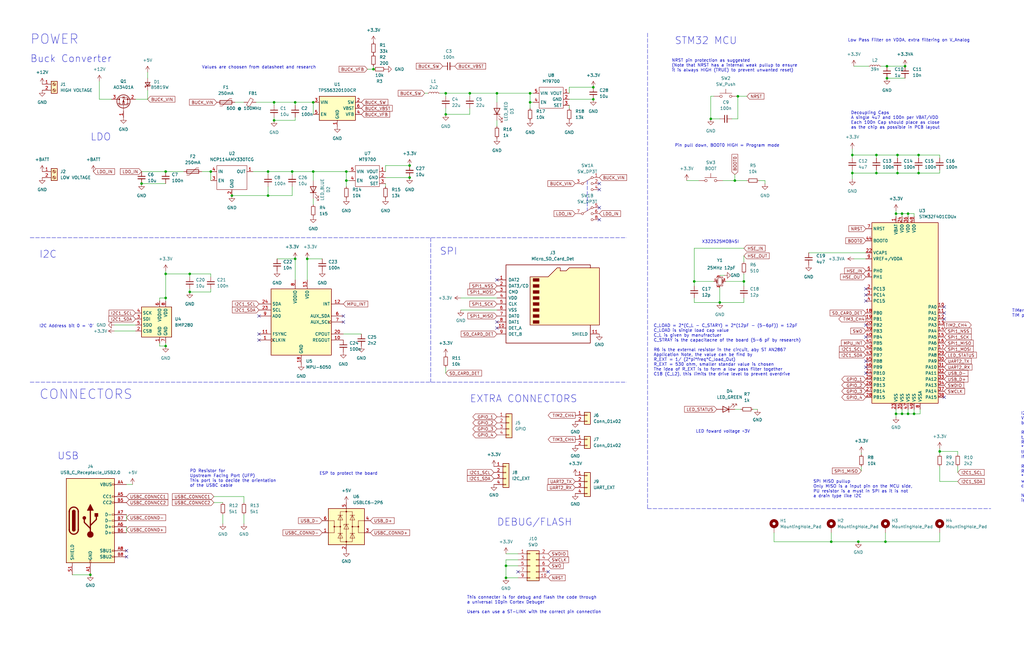
<source format=kicad_sch>
(kicad_sch (version 20211123) (generator eeschema)
  (paper "B")
  (title_block (title "ALL-IN-ONE") (date "2022-08-27") (rev "X0") (company "GORDON SO"))
  (junction (at 361.95 228.6))
  (junction (at 377.825 174.625))
  (junction (at 113.03 82.55))
  (junction (at 124.46 109.22))
  (junction (at 369.57 65.405))
  (junction (at 396.24 190.5))
  (junction (at 387.35 73.025))
  (junction (at 80.01 115.57))
  (junction (at 223.52 43.18))
  (junction (at 123.19 72.39))
  (junction (at 359.41 73.025))
  (junction (at 313.69 118.745))
  (junction (at 213.36 238.76))
  (junction (at 303.53 127.635))
  (junction (at 311.15 40.64))
  (junction (at 187.96 48.26))
  (junction (at 80.01 123.19))
  (junction (at 374.015 27.94))
  (junction (at 359.41 65.405))
  (junction (at 198.12 39.37))
  (junction (at 146.05 72.39))
  (junction (at 292.735 118.745))
  (junction (at 223.52 39.37))
  (junction (at 132.08 43.18))
  (junction (at 374.015 33.02))
  (junction (at 387.35 65.405))
  (junction (at 69.85 72.39))
  (junction (at 382.905 90.17))
  (junction (at 378.46 73.025))
  (junction (at 187.96 39.37))
  (junction (at 88.9 72.39))
  (junction (at 113.03 72.39))
  (junction (at 157.48 29.21))
  (junction (at 213.36 243.84))
  (junction (at 309.88 76.2))
  (junction (at 172.72 74.93))
  (junction (at 115.57 43.18))
  (junction (at 69.85 125.73))
  (junction (at 350.52 228.6))
  (junction (at 382.905 174.625))
  (junction (at 250.19 41.91))
  (junction (at 380.365 174.625))
  (junction (at 381.635 27.94))
  (junction (at 59.69 77.47))
  (junction (at 69.85 146.05))
  (junction (at 209.55 39.37))
  (junction (at 378.46 65.405))
  (junction (at 380.365 90.17))
  (junction (at 172.72 69.85))
  (junction (at 377.825 90.17))
  (junction (at 124.46 43.18))
  (junction (at 115.57 50.8))
  (junction (at 299.72 50.165))
  (junction (at 38.1 242.57))
  (junction (at 129.54 109.22))
  (junction (at 250.19 36.83))
  (junction (at 369.57 73.025))
  (junction (at 97.79 82.55))
  (junction (at 132.08 72.39))
  (junction (at 146.05 76.2))
  (junction (at 373.38 228.6))
  (junction (at 385.445 174.625))
  (junction (at 69.85 115.57))
  (no_connect (at 398.145 134.62))
  (no_connect (at 252.73 77.47))
  (no_connect (at 252.73 80.01))
  (no_connect (at 252.73 87.63))
  (no_connect (at 398.145 132.08))
  (no_connect (at 398.145 129.54))
  (no_connect (at 252.73 92.71))
  (no_connect (at 365.125 137.16))
  (no_connect (at 109.22 140.97))
  (no_connect (at 144.78 133.35))
  (no_connect (at 109.22 143.51))
  (no_connect (at 144.78 135.89))
  (no_connect (at 109.22 133.35))
  (no_connect (at 53.34 232.41))
  (no_connect (at 209.55 138.43))
  (no_connect (at 209.55 135.89))
  (no_connect (at 53.34 234.95))
  (no_connect (at 231.14 241.3))
  (no_connect (at 218.44 241.3))
  (no_connect (at 365.125 152.4))
  (no_connect (at 365.125 154.94))
  (no_connect (at 365.125 157.48))
  (no_connect (at 365.125 121.92))
  (no_connect (at 365.125 124.46))
  (no_connect (at 365.125 127))
  (no_connect (at 365.125 142.24))
  (no_connect (at 398.145 167.64))
  (no_connect (at 209.55 118.11))
  (wire (pts (xy 30.48 242.57) (xy 38.1 242.57)))
  (wire (pts (xy 187.96 39.37) (xy 198.12 39.37)))
  (wire (pts (xy 53.34 222.25) (xy 53.34 224.79)))
  (wire (pts (xy 187.96 48.26) (xy 198.12 48.26)))
  (wire (pts (xy 371.475 27.94) (xy 374.015 27.94)))
  (wire (pts (xy 147.32 72.39) (xy 146.05 72.39)))
  (wire (pts (xy 102.87 209.55) (xy 102.87 212.09)))
  (wire (pts (xy 132.08 72.39) (xy 132.08 76.2)))
  (wire (pts (xy 374.015 33.02) (xy 381.635 33.02)))
  (wire (pts (xy 194.31 130.81) (xy 209.55 130.81)))
  (wire (pts (xy 311.15 40.64) (xy 314.96 40.64)))
  (wire (pts (xy 326.39 228.6) (xy 350.52 228.6)))
  (polyline (pts (xy 273.05 214.63) (xy 417.83 214.63)))
  (wire (pts (xy 369.57 65.405) (xy 378.46 65.405)))
  (wire (pts (xy 361.95 228.6) (xy 373.38 228.6)))
  (wire (pts (xy 113.03 72.39) (xy 123.19 72.39)))
  (wire (pts (xy 154.94 29.21) (xy 157.48 29.21)))
  (wire (pts (xy 299.72 40.64) (xy 299.72 50.165)))
  (wire (pts (xy 123.19 72.39) (xy 132.08 72.39)))
  (wire (pts (xy 198.12 39.37) (xy 209.55 39.37)))
  (wire (pts (xy 240.03 45.72) (xy 240.03 44.45)))
  (wire (pts (xy 123.19 78.74) (xy 123.19 82.55)))
  (wire (pts (xy 369.57 73.025) (xy 378.46 73.025)))
  (wire (pts (xy 306.07 118.745) (xy 313.69 118.745)))
  (wire (pts (xy 380.365 174.625) (xy 377.825 174.625)))
  (wire (pts (xy 80.01 115.57) (xy 88.9 115.57)))
  (wire (pts (xy 292.735 118.745) (xy 292.735 120.65)))
  (wire (pts (xy 387.985 174.625) (xy 385.445 174.625)))
  (wire (pts (xy 311.15 50.165) (xy 311.15 40.64)))
  (wire (pts (xy 57.15 41.91) (xy 62.23 41.91)))
  (wire (pts (xy 359.41 65.405) (xy 359.41 66.675)))
  (wire (pts (xy 93.98 217.17) (xy 93.98 220.98)))
  (wire (pts (xy 224.79 39.37) (xy 223.52 39.37)))
  (wire (pts (xy 382.905 174.625) (xy 380.365 174.625)))
  (wire (pts (xy 377.825 172.72) (xy 377.825 174.625)))
  (wire (pts (xy 312.42 172.72) (xy 309.88 172.72)))
  (wire (pts (xy 209.55 53.34) (xy 209.55 50.8)))
  (wire (pts (xy 53.34 204.47) (xy 55.88 204.47)))
  (wire (pts (xy 213.36 238.76) (xy 218.44 238.76)))
  (wire (pts (xy 223.52 39.37) (xy 223.52 43.18)))
  (wire (pts (xy 313.69 118.745) (xy 313.69 120.65)))
  (wire (pts (xy 396.24 228.6) (xy 373.38 228.6)))
  (wire (pts (xy 53.34 217.17) (xy 53.34 219.71)))
  (wire (pts (xy 377.825 90.17) (xy 380.365 90.17)))
  (wire (pts (xy 69.85 115.57) (xy 80.01 115.57)))
  (wire (pts (xy 69.85 144.78) (xy 69.85 146.05)))
  (wire (pts (xy 179.07 39.37) (xy 180.34 39.37)))
  (wire (pts (xy 313.69 107.95) (xy 313.69 110.49)))
  (wire (pts (xy 380.365 90.17) (xy 380.365 91.44)))
  (wire (pts (xy 115.57 43.18) (xy 124.46 43.18)))
  (wire (pts (xy 313.69 127.635) (xy 303.53 127.635)))
  (wire (pts (xy 102.87 220.98) (xy 102.87 217.17)))
  (wire (pts (xy 382.905 172.72) (xy 382.905 174.625)))
  (wire (pts (xy 396.24 190.5) (xy 396.24 191.77)))
  (wire (pts (xy 90.17 212.09) (xy 93.98 212.09)))
  (wire (pts (xy 162.56 74.93) (xy 172.72 74.93)))
  (wire (pts (xy 48.26 137.16) (xy 57.15 137.16)))
  (wire (pts (xy 198.12 40.64) (xy 198.12 39.37)))
  (wire (pts (xy 359.41 62.865) (xy 359.41 65.405)))
  (wire (pts (xy 106.68 72.39) (xy 113.03 72.39)))
  (wire (pts (xy 90.17 209.55) (xy 102.87 209.55)))
  (wire (pts (xy 396.24 196.85) (xy 396.24 203.2)))
  (wire (pts (xy 185.42 39.37) (xy 187.96 39.37)))
  (wire (pts (xy 213.36 236.22) (xy 213.36 238.76)))
  (wire (pts (xy 292.735 104.775) (xy 292.735 118.745)))
  (wire (pts (xy 187.96 40.64) (xy 187.96 39.37)))
  (wire (pts (xy 67.31 125.73) (xy 69.85 125.73)))
  (wire (pts (xy 113.03 82.55) (xy 97.79 82.55)))
  (wire (pts (xy 88.9 123.19) (xy 80.01 123.19)))
  (wire (pts (xy 387.35 71.755) (xy 387.35 73.025)))
  (wire (pts (xy 403.86 196.85) (xy 403.86 199.39)))
  (wire (pts (xy 313.69 104.775) (xy 292.735 104.775)))
  (wire (pts (xy 403.86 191.77) (xy 403.86 190.5)))
  (wire (pts (xy 223.52 43.18) (xy 223.52 45.72)))
  (polyline (pts (xy 247.65 76.2) (xy 247.65 88.9)))
  (wire (pts (xy 198.12 48.26) (xy 198.12 45.72)))
  (wire (pts (xy 363.22 191.135) (xy 363.22 191.77)))
  (wire (pts (xy 69.85 114.3) (xy 69.85 115.57)))
  (wire (pts (xy 213.36 238.76) (xy 213.36 243.84)))
  (wire (pts (xy 373.38 224.79) (xy 373.38 228.6)))
  (wire (pts (xy 113.03 78.74) (xy 113.03 82.55)))
  (wire (pts (xy 340.995 106.68) (xy 365.125 106.68)))
  (wire (pts (xy 380.365 172.72) (xy 380.365 174.625)))
  (wire (pts (xy 385.445 91.44) (xy 385.445 90.17)))
  (wire (pts (xy 374.015 27.94) (xy 381.635 27.94)))
  (wire (pts (xy 396.24 73.025) (xy 396.24 71.755)))
  (wire (pts (xy 124.46 109.22) (xy 124.46 118.11)))
  (wire (pts (xy 377.825 88.9) (xy 377.825 90.17)))
  (wire (pts (xy 377.825 174.625) (xy 377.825 175.895)))
  (wire (pts (xy 385.445 172.72) (xy 385.445 174.625)))
  (wire (pts (xy 67.31 144.78) (xy 67.31 146.05)))
  (polyline (pts (xy 273.05 13.97) (xy 273.05 214.63)))
  (wire (pts (xy 382.905 90.17) (xy 382.905 91.44)))
  (polyline (pts (xy 12.7 161.29) (xy 264.16 161.29)))
  (wire (pts (xy 292.735 118.745) (xy 300.99 118.745)))
  (wire (pts (xy 387.35 65.405) (xy 396.24 65.405)))
  (wire (pts (xy 69.85 115.57) (xy 69.85 125.73)))
  (wire (pts (xy 380.365 90.17) (xy 382.905 90.17)))
  (wire (pts (xy 115.57 44.45) (xy 115.57 43.18)))
  (wire (pts (xy 107.95 43.18) (xy 115.57 43.18)))
  (wire (pts (xy 387.35 73.025) (xy 396.24 73.025)))
  (wire (pts (xy 162.56 78.74) (xy 162.56 77.47)))
  (wire (pts (xy 313.69 115.57) (xy 313.69 118.745)))
  (wire (pts (xy 387.985 172.72) (xy 387.985 174.625)))
  (wire (pts (xy 304.8 76.2) (xy 309.88 76.2)))
  (wire (pts (xy 326.39 224.79) (xy 326.39 228.6)))
  (polyline (pts (xy 12.7 100.33) (xy 264.16 100.33)))
  (wire (pts (xy 359.41 73.025) (xy 369.57 73.025)))
  (wire (pts (xy 292.735 125.73) (xy 292.735 127.635)))
  (wire (pts (xy 62.23 38.1) (xy 62.23 41.91)))
  (wire (pts (xy 359.41 71.755) (xy 359.41 73.025)))
  (wire (pts (xy 59.69 77.47) (xy 69.85 77.47)))
  (wire (pts (xy 308.61 50.165) (xy 311.15 50.165)))
  (wire (pts (xy 378.46 73.025) (xy 387.35 73.025)))
  (wire (pts (xy 113.03 73.66) (xy 113.03 72.39)))
  (wire (pts (xy 132.08 43.18) (xy 132.08 48.26)))
  (wire (pts (xy 41.91 41.91) (xy 46.99 41.91)))
  (wire (pts (xy 396.24 189.23) (xy 396.24 190.5)))
  (wire (pts (xy 369.57 65.405) (xy 369.57 66.675)))
  (wire (pts (xy 129.54 109.22) (xy 129.54 118.11)))
  (wire (pts (xy 363.22 196.85) (xy 363.22 198.755)))
  (wire (pts (xy 85.09 72.39) (xy 88.9 72.39)))
  (wire (pts (xy 88.9 115.57) (xy 88.9 116.84)))
  (wire (pts (xy 162.56 69.85) (xy 172.72 69.85)))
  (wire (pts (xy 209.55 39.37) (xy 209.55 43.18)))
  (polyline (pts (xy 181.61 100.33) (xy 181.61 161.29)))
  (wire (pts (xy 396.24 224.79) (xy 396.24 228.6)))
  (wire (pts (xy 147.32 76.2) (xy 146.05 76.2)))
  (wire (pts (xy 377.825 90.17) (xy 377.825 91.44)))
  (wire (pts (xy 218.44 236.22) (xy 213.36 236.22)))
  (wire (pts (xy 350.52 228.6) (xy 361.95 228.6)))
  (wire (pts (xy 194.31 125.73) (xy 209.55 125.73)))
  (wire (pts (xy 116.84 109.22) (xy 124.46 109.22)))
  (wire (pts (xy 360.045 27.94) (xy 366.395 27.94)))
  (wire (pts (xy 88.9 121.92) (xy 88.9 123.19)))
  (wire (pts (xy 132.08 86.36) (xy 132.08 83.82)))
  (wire (pts (xy 213.36 243.84) (xy 218.44 243.84)))
  (wire (pts (xy 124.46 43.18) (xy 132.08 43.18)))
  (wire (pts (xy 240.03 41.91) (xy 250.19 41.91)))
  (wire (pts (xy 303.53 121.285) (xy 303.53 127.635)))
  (wire (pts (xy 62.23 30.48) (xy 62.23 33.02)))
  (wire (pts (xy 124.46 44.45) (xy 124.46 43.18)))
  (wire (pts (xy 382.905 90.17) (xy 385.445 90.17)))
  (wire (pts (xy 69.85 72.39) (xy 77.47 72.39)))
  (wire (pts (xy 396.24 66.675) (xy 396.24 65.405)))
  (wire (pts (xy 240.03 39.37) (xy 240.03 36.83)))
  (wire (pts (xy 289.56 76.2) (xy 294.64 76.2)))
  (wire (pts (xy 67.31 146.05) (xy 69.85 146.05)))
  (wire (pts (xy 69.85 125.73) (xy 69.85 127)))
  (wire (pts (xy 209.55 39.37) (xy 223.52 39.37)))
  (wire (pts (xy 396.24 203.2) (xy 403.86 203.2)))
  (wire (pts (xy 387.35 65.405) (xy 387.35 66.675)))
  (wire (pts (xy 292.735 127.635) (xy 303.53 127.635)))
  (wire (pts (xy 359.41 73.025) (xy 359.41 75.565)))
  (wire (pts (xy 187.96 45.72) (xy 187.96 48.26)))
  (wire (pts (xy 123.19 82.55) (xy 113.03 82.55)))
  (wire (pts (xy 146.05 76.2) (xy 146.05 78.74)))
  (wire (pts (xy 157.48 27.94) (xy 157.48 29.21)))
  (wire (pts (xy 213.36 233.68) (xy 218.44 233.68)))
  (wire (pts (xy 378.46 65.405) (xy 387.35 65.405)))
  (wire (pts (xy 300.99 40.64) (xy 299.72 40.64)))
  (wire (pts (xy 313.69 125.73) (xy 313.69 127.635)))
  (wire (pts (xy 80.01 116.84) (xy 80.01 115.57)))
  (wire (pts (xy 146.05 72.39) (xy 146.05 76.2)))
  (wire (pts (xy 378.46 71.755) (xy 378.46 73.025)))
  (wire (pts (xy 299.72 50.165) (xy 303.53 50.165)))
  (wire (pts (xy 396.24 190.5) (xy 403.86 190.5)))
  (wire (pts (xy 124.46 49.53) (xy 124.46 50.8)))
  (wire (pts (xy 124.46 50.8) (xy 115.57 50.8)))
  (wire (pts (xy 129.54 109.22) (xy 135.89 109.22)))
  (wire (pts (xy 320.04 76.2) (xy 322.58 76.2)))
  (wire (pts (xy 385.445 174.625) (xy 382.905 174.625)))
  (wire (pts (xy 369.57 71.755) (xy 369.57 73.025)))
  (wire (pts (xy 41.91 34.29) (xy 41.91 41.91)))
  (wire (pts (xy 359.41 65.405) (xy 369.57 65.405)))
  (wire (pts (xy 317.5 172.72) (xy 319.405 172.72)))
  (wire (pts (xy 162.56 72.39) (xy 162.56 69.85)))
  (wire (pts (xy 224.79 43.18) (xy 223.52 43.18)))
  (wire (pts (xy 350.52 224.79) (xy 350.52 228.6)))
  (wire (pts (xy 132.08 72.39) (xy 146.05 72.39)))
  (wire (pts (xy 115.57 50.8) (xy 115.57 49.53)))
  (wire (pts (xy 80.01 123.19) (xy 80.01 121.92)))
  (wire (pts (xy 378.46 65.405) (xy 378.46 66.675)))
  (wire (pts (xy 322.58 76.2) (xy 322.58 77.47)))
  (wire (pts (xy 123.19 73.66) (xy 123.19 72.39)))
  (wire (pts (xy 48.26 139.7) (xy 57.15 139.7)))
  (wire (pts (xy 67.31 127) (xy 67.31 125.73)))
  (wire (pts (xy 144.78 140.97) (xy 152.4 140.97)))
  (wire (pts (xy 59.69 72.39) (xy 69.85 72.39)))
  (wire (pts (xy 99.06 43.18) (xy 102.87 43.18)))
  (wire (pts (xy 88.9 72.39) (xy 88.9 76.2)))
  (wire (pts (xy 303.53 116.205) (xy 305.435 116.205)))
  (wire (pts (xy 240.03 36.83) (xy 250.19 36.83)))
  (wire (pts (xy 309.88 73.66) (xy 309.88 76.2)))
  (wire (pts (xy 187.96 154.94) (xy 187.96 157.48)))
  (wire (pts (xy 309.88 76.2) (xy 314.96 76.2)))
  (wire (pts (xy 360.045 109.22) (xy 365.125 109.22)))
  (text "TIMer can be configured anyway for general purpose\nTIM pins are chosen to keep PWM output" (at 426.72 133.985 0) (effects (font (size 1.27 1.27)) (justify left bottom)))
  (text "Buck Converter" (at 12.7 26.67 0) (effects (font (size 3 3)) (justify left bottom)))
  (text "PD Resistor for \nUpstream Facing Port (UFP)\nThis port is to decide the orientation\nof the USBC cable" (at 80.01 205.74 0) (effects (font (size 1.27 1.27)) (justify left bottom)))
  (text "SPI\n" (at 185.42 107.95 0) (effects (font (size 3 3)) (justify left bottom)))
  (text "This connecter is for debug and flash the code through \na universal 10pin Cortex Debuger \n\nUsers can use a ST-LINK with the correct pin connection" (at 196.85 259.08 0) (effects (font (size 1.27 1.27)) (justify left bottom)))
  (text "DEBUG/FLASH" (at 209.55 222.25 0) (effects (font (size 3 3)) (justify left bottom)))
  (text "I2C Address bit 0 = '0'" (at 16.51 138.43 0) (effects (font (size 1.27 1.27)) (justify left bottom)))
  (text "I2C Pull Up (PU) Resistors\nValue is by research, verified with I2C Application Report \nby Texas Instruments (SLVA689)\n\nR_P(MAX) = t_rise_max/(0.8473*C_bus)\nt_rise_max = 1000ns (I2C Standard Mode)/C_bus = 400pF (by datasheet)\nR_P(MAX) = 1000ns/(0.8473*400pF) = 2951 ohm\n*The R_P(max) is related to the capacitve nature of the bus line,\nthe higher the Pull-up resistor, the higher of the time constant (RC).\nIf the resistance is too high, the signal will never reach V_Logic_HIGH\n\nR_P(MIN) = (V_CC-V_OL_max)/I_OL\nR_P(MIN) = (3.3V-0.4V)/(25mA) = 116 ohm\n*R_P(MIN) is meant to calculate the min resistance for the pullup that \nwill not exceed the current rating of the I/O. I am not sure if the value of \ncurrent is the correct one.\n\nNote that it is common to use a PU resistor with a value up to 10k, more research \nis needed to learn the selection of value" (at 430.53 212.09 0) (effects (font (size 1.27 1.27)) (justify left bottom)))
  (text "EXTRA CONNECTORS" (at 198.12 170.18 0) (effects (font (size 3 3)) (justify left bottom)))
  (text "Values are choosen from datasheet and research" (at 85.09 29.21 0) (effects (font (size 1.27 1.27)) (justify left bottom)))
  (text "SPI MISO pullup\nOnly MISO is a input pin on the MCU side,\nPU resistor is a must in SPI as it is not \na drain type like I2C" (at 342.9 210.185 0) (effects (font (size 1.27 1.27)) (justify left bottom)))
  (text "LED foward voltage ~3V" (at 293.37 182.88 0) (effects (font (size 1.27 1.27)) (justify left bottom)))
  (text "STM32 MCU\n" (at 284.48 19.05 0) (effects (font (size 3 3)) (justify left bottom)))
  (text "X322525MOB4SI" (at 295.91 102.87 0) (effects (font (size 1.27 1.27)) (justify left bottom)))
  (text "ESP to protect the board" (at 134.62 200.66 0) (effects (font (size 1.27 1.27)) (justify left bottom)))
  (text "I2C" (at 16.51 109.22 0) (effects (font (size 3 3)) (justify left bottom)))
  (text "POWER" (at 12.7 19.05 0) (effects (font (size 4 4)) (justify left bottom)))
  (text "Low Pass Filter on VDDA, extra filtering on V_Analog" (at 357.505 17.78 0) (effects (font (size 1.27 1.27)) (justify left bottom)))
  (text "C_LOAD = 2*(C_L - C_STARY) = 2*(12pF - (5-6pF)) = 12pF\nC_LOAD is single load cap value\nC_L is given by manufractuer\nC_STRAY is the capacitacne of the board (5-6 pF by research)\n\nR6 is the external resistor in the circuit, aby ST AN2867 \nApplication Note, the value can be find by\nR_EXT = 1/ (2*pi*freq*C_load_Out)\nR_EXT = 530 ohm, smaller standar value is chosen\nThe idea of R_EXT is to form a low pass filter together \nC18 (C_L2), this limits the drive level to prevent overdrive" (at 275.59 158.75 0) (effects (font (size 1.27 1.27)) (justify left bottom)))
  (text "USB\n" (at 24.13 194.31 0) (effects (font (size 3 3)) (justify left bottom)))
  (text "Decoupling Caps\nA single 4u7 and 100n per VBAT/VDD\nEach 100n Cap should place as close \nas the chip as possible in PCB layout\n" (at 358.775 54.61 0) (effects (font (size 1.27 1.27)) (justify left bottom)))
  (text "LDO" (at 38.1 59.69 0) (effects (font (size 3 3)) (justify left bottom)))
  (text "CONNECTORS" (at 16.51 168.91 0) (effects (font (size 4 4)) (justify left bottom)))
  (text "Pin pull down, BOOT0 HIGH = Program mode " (at 284.48 62.23 0) (effects (font (size 1.27 1.27)) (justify left bottom)))
  (text "NRST pin protection as suggested\n(Note that NRST has a internal weak pullup to ensure \nit is always HIGH (TRUE) to prevent unwanted reset)\n" (at 283.21 30.48 0) (effects (font (size 1.27 1.27)) (justify left bottom)))
  (global_label "I2C1_SCL" (shape input) (at 365.125 147.32 180) (property "Intersheet References" "${INTERSHEET_REFS}" (effects hide)))
  (global_label "USB_D+" (shape input) (at 156.21 219.71 0) (property "Intersheet References" "${INTERSHEET_REFS}" (effects hide)))
  (global_label "BUCK_SW" (shape input) (at 179.07 39.37 180) (property "Intersheet References" "${INTERSHEET_REFS}" (effects hide)))
  (global_label "BUCK_VBST" (shape input) (at 191.77 27.94 0) (property "Intersheet References" "${INTERSHEET_REFS}" (effects hide)))
  (global_label "HSE_OUT" (shape input) (at 313.69 107.95 0) (property "Intersheet References" "${INTERSHEET_REFS}" (effects hide)))
  (global_label "USBC_CONNCC2" (shape input) (at 53.34 212.09 0) (property "Intersheet References" "${INTERSHEET_REFS}" (effects hide)))
  (global_label "BUCK_VBST" (shape input) (at 152.4 45.72 0) (property "Intersheet References" "${INTERSHEET_REFS}" (effects hide)))
  (global_label "BUCK_VIN" (shape input) (at 242.57 77.47 180) (property "Intersheet References" "${INTERSHEET_REFS}" (effects hide)))
  (global_label "USBC_CONND-" (shape input) (at 135.89 224.79 180) (property "Intersheet References" "${INTERSHEET_REFS}" (effects hide)))
  (global_label "BUCK_VFB" (shape input) (at 154.94 29.21 180) (property "Intersheet References" "${INTERSHEET_REFS}" (effects hide)))
  (global_label "USBC_CONNCC1" (shape input) (at 53.34 209.55 0) (property "Intersheet References" "${INTERSHEET_REFS}" (effects hide)))
  (global_label "SD_CARD_DET" (shape input) (at 209.55 140.97 180) (property "Intersheet References" "${INTERSHEET_REFS}" (effects hide)))
  (global_label "SPI1_NSS" (shape input) (at 209.55 120.65 180) (property "Intersheet References" "${INTERSHEET_REFS}" (effects hide)))
  (global_label "USBC_CONNCC2" (shape input) (at 90.17 212.09 180) (property "Intersheet References" "${INTERSHEET_REFS}" (effects hide)))
  (global_label "I2C1_SDA" (shape input) (at 208.28 201.93 180) (property "Intersheet References" "${INTERSHEET_REFS}" (effects hide)))
  (global_label "BUCK_VIN" (shape input) (at 252.73 74.93 0) (property "Intersheet References" "${INTERSHEET_REFS}" (effects hide)))
  (global_label "SWDIO" (shape input) (at 231.14 233.68 0) (property "Intersheet References" "${INTERSHEET_REFS}" (effects hide)))
  (global_label "HSE_IN" (shape input) (at 365.125 114.3 180) (property "Intersheet References" "${INTERSHEET_REFS}" (effects hide)))
  (global_label "UART2_RX" (shape input) (at 398.145 154.94 0) (property "Intersheet References" "${INTERSHEET_REFS}" (effects hide)))
  (global_label "USB_D-" (shape input) (at 398.145 157.48 0) (property "Intersheet References" "${INTERSHEET_REFS}" (effects hide)))
  (global_label "LDO_IN" (shape input) (at 39.37 72.39 0) (property "Intersheet References" "${INTERSHEET_REFS}" (effects hide)))
  (global_label "SD_CARD_DET" (shape input) (at 365.125 132.08 180) (property "Intersheet References" "${INTERSHEET_REFS}" (effects hide)))
  (global_label "SPI1_MISO" (shape input) (at 209.55 133.35 180) (property "Intersheet References" "${INTERSHEET_REFS}" (effects hide)))
  (global_label "UART2_RX" (shape input) (at 242.57 205.74 180) (property "Intersheet References" "${INTERSHEET_REFS}" (effects hide)))
  (global_label "NRST" (shape input) (at 365.125 96.52 180) (property "Intersheet References" "${INTERSHEET_REFS}" (effects hide)))
  (global_label "SPI1_MOSI" (shape input) (at 209.55 123.19 180) (property "Intersheet References" "${INTERSHEET_REFS}" (effects hide)))
  (global_label "SPI1_MOSI" (shape input) (at 398.145 147.32 0) (property "Intersheet References" "${INTERSHEET_REFS}" (effects hide)))
  (global_label "GPIO_4" (shape bidirectional) (at 365.125 167.64 180) (property "Intersheet References" "${INTERSHEET_REFS}" (effects hide)))
  (global_label "LDO_IN" (shape input) (at 252.73 90.17 0) (property "Intersheet References" "${INTERSHEET_REFS}" (effects hide)))
  (global_label "USB_D+" (shape input) (at 398.145 160.02 0) (property "Intersheet References" "${INTERSHEET_REFS}" (effects hide)))
  (global_label "SWDIO" (shape input) (at 398.145 162.56 0) (property "Intersheet References" "${INTERSHEET_REFS}" (effects hide)))
  (global_label "I2C1_SDA" (shape input) (at 57.15 134.62 180) (property "Intersheet References" "${INTERSHEET_REFS}" (effects hide)))
  (global_label "MPU_INT" (shape input) (at 365.125 144.78 180) (property "Intersheet References" "${INTERSHEET_REFS}" (effects hide)))
  (global_label "USB_D-" (shape input) (at 135.89 219.71 180) (property "Intersheet References" "${INTERSHEET_REFS}" (effects hide)))
  (global_label "BOOT0" (shape input) (at 309.88 73.66 90) (property "Intersheet References" "${INTERSHEET_REFS}" (effects hide)))
  (global_label "BUCK_SW" (shape input) (at 152.4 43.18 0) (property "Intersheet References" "${INTERSHEET_REFS}" (effects hide)))
  (global_label "BUCK_VIN" (shape input) (at 62.23 41.91 0) (property "Intersheet References" "${INTERSHEET_REFS}" (effects hide)))
  (global_label "GPIO_2" (shape bidirectional) (at 209.55 178.435 180) (property "Intersheet References" "${INTERSHEET_REFS}" (effects hide)))
  (global_label "GPIO_2" (shape bidirectional) (at 365.125 162.56 180) (property "Intersheet References" "${INTERSHEET_REFS}" (effects hide)))
  (global_label "TIM2_CH4" (shape output) (at 398.145 137.16 0) (property "Intersheet References" "${INTERSHEET_REFS}" (effects hide)))
  (global_label "HSE_IN" (shape input) (at 313.69 104.775 0) (property "Intersheet References" "${INTERSHEET_REFS}" (effects hide)))
  (global_label "I2C1_SDA" (shape input) (at 403.86 203.2 0) (property "Intersheet References" "${INTERSHEET_REFS}" (effects hide)))
  (global_label "BUCK_SW" (shape input) (at 186.69 27.94 180) (property "Intersheet References" "${INTERSHEET_REFS}" (effects hide)))
  (global_label "USBC_CONND+" (shape input) (at 53.34 223.52 0) (property "Intersheet References" "${INTERSHEET_REFS}" (effects hide)))
  (global_label "SPI1_SCK" (shape input) (at 209.55 128.27 180) (property "Intersheet References" "${INTERSHEET_REFS}" (effects hide)))
  (global_label "TIM3_CH4" (shape output) (at 365.125 134.62 180) (property "Intersheet References" "${INTERSHEET_REFS}" (effects hide)))
  (global_label "SWO" (shape input) (at 231.14 238.76 0) (property "Intersheet References" "${INTERSHEET_REFS}" (effects hide)))
  (global_label "HSE_OUT" (shape input) (at 365.125 116.84 180) (property "Intersheet References" "${INTERSHEET_REFS}" (effects hide)))
  (global_label "I2C1_SCL" (shape input) (at 57.15 132.08 180) (property "Intersheet References" "${INTERSHEET_REFS}" (effects hide)))
  (global_label "NRST" (shape input) (at 231.14 243.84 0) (property "Intersheet References" "${INTERSHEET_REFS}" (effects hide)))
  (global_label "GPIO_1" (shape bidirectional) (at 209.55 175.895 180) (property "Intersheet References" "${INTERSHEET_REFS}" (effects hide)))
  (global_label "MPU_INT" (shape input) (at 144.78 128.27 0) (property "Intersheet References" "${INTERSHEET_REFS}" (effects hide)))
  (global_label "SPI1_SCK" (shape input) (at 398.145 142.24 0) (property "Intersheet References" "${INTERSHEET_REFS}" (effects hide)))
  (global_label "SPI1_MISO" (shape input) (at 398.145 144.78 0) (property "Intersheet References" "${INTERSHEET_REFS}" (effects hide)))
  (global_label "SWO" (shape input) (at 365.125 139.7 180) (property "Intersheet References" "${INTERSHEET_REFS}" (effects hide)))
  (global_label "SWCLK" (shape input) (at 231.14 236.22 0) (property "Intersheet References" "${INTERSHEET_REFS}" (effects hide)))
  (global_label "USBC_CONNCC1" (shape input) (at 90.17 209.55 180) (property "Intersheet References" "${INTERSHEET_REFS}" (effects hide)))
  (global_label "USBC_CONND-" (shape input) (at 53.34 218.44 0) (property "Intersheet References" "${INTERSHEET_REFS}" (effects hide)))
  (global_label "LED_STATUS" (shape input) (at 302.26 172.72 180) (property "Intersheet References" "${INTERSHEET_REFS}" (effects hide)))
  (global_label "BUCK_VFB" (shape input) (at 152.4 48.26 0) (property "Intersheet References" "${INTERSHEET_REFS}" (effects hide)))
  (global_label "USBC_CONND+" (shape input) (at 156.21 224.79 0) (property "Intersheet References" "${INTERSHEET_REFS}" (effects hide)))
  (global_label "GPIO_1" (shape bidirectional) (at 365.125 160.02 180) (property "Intersheet References" "${INTERSHEET_REFS}" (effects hide)))
  (global_label "SPI1_MISO" (shape input) (at 363.22 198.755 180) (property "Intersheet References" "${INTERSHEET_REFS}" (effects hide)))
  (global_label "BUCK_VIN" (shape input) (at 91.44 43.18 180) (property "Intersheet References" "${INTERSHEET_REFS}" (effects hide)))
  (global_label "I2C1_SCL" (shape input) (at 403.86 199.39 0) (property "Intersheet References" "${INTERSHEET_REFS}" (effects hide)))
  (global_label "SPI1_NSS" (shape input) (at 398.145 139.7 0) (property "Intersheet References" "${INTERSHEET_REFS}" (effects hide)))
  (global_label "I2C1_SCL" (shape input) (at 208.28 199.39 180) (property "Intersheet References" "${INTERSHEET_REFS}" (effects hide)))
  (global_label "TIM3_CH4" (shape output) (at 242.57 185.42 180) (property "Intersheet References" "${INTERSHEET_REFS}" (effects hide)))
  (global_label "LDO_IN" (shape input) (at 242.57 90.17 180) (property "Intersheet References" "${INTERSHEET_REFS}" (effects hide)))
  (global_label "GPIO_3" (shape bidirectional) (at 209.55 180.975 180) (property "Intersheet References" "${INTERSHEET_REFS}" (effects hide)))
  (global_label "LED_STATUS" (shape input) (at 398.145 149.86 0) (property "Intersheet References" "${INTERSHEET_REFS}" (effects hide)))
  (global_label "I2C1_SCL" (shape input) (at 109.22 128.27 180) (property "Intersheet References" "${INTERSHEET_REFS}" (effects hide)))
  (global_label "I2C1_SDA" (shape input) (at 109.22 130.81 180) (property "Intersheet References" "${INTERSHEET_REFS}" (effects hide)))
  (global_label "TIM2_CH4" (shape output) (at 242.57 175.26 180) (property "Intersheet References" "${INTERSHEET_REFS}" (effects hide)))
  (global_label "SD_CARD_DET" (shape input) (at 187.96 157.48 0) (property "Intersheet References" "${INTERSHEET_REFS}" (effects hide)))
  (global_label "I2C1_SDA" (shape input) (at 365.125 149.86 180) (property "Intersheet References" "${INTERSHEET_REFS}" (effects hide)))
  (global_label "SWCLK" (shape input) (at 398.145 165.1 0) (property "Intersheet References" "${INTERSHEET_REFS}" (effects hide)))
  (global_label "NRST" (shape input) (at 314.96 40.64 0) (property "Intersheet References" "${INTERSHEET_REFS}" (effects hide)))
  (global_label "GPIO_4" (shape bidirectional) (at 209.55 183.515 180) (property "Intersheet References" "${INTERSHEET_REFS}" (effects hide)))
  (global_label "LDO_IN" (shape input) (at 59.69 72.39 180) (property "Intersheet References" "${INTERSHEET_REFS}" (effects hide)))
  (global_label "GPIO_3" (shape bidirectional) (at 365.125 165.1 180) (property "Intersheet References" "${INTERSHEET_REFS}" (effects hide)))
  (global_label "BOOT0" (shape input) (at 365.125 101.6 180) (property "Intersheet References" "${INTERSHEET_REFS}" (effects hide)))
  (global_label "UART2_TX" (shape input) (at 242.57 203.2 180) (property "Intersheet References" "${INTERSHEET_REFS}" (effects hide)))
  (global_label "UART2_TX" (shape input) (at 398.145 152.4 0) (property "Intersheet References" "${INTERSHEET_REFS}" (effects hide)))
  (symbol (lib_id "Device:R_Small") (at 157.48 20.32 0) (unit 1)
    (property "Reference" "R1" (at 160.02 19.0499 0) (effects (justify left)))
    (property "Value" "33k" (at 160.02 21.5899 0) (effects (justify left)))
    (property "Footprint" "Resistor_SMD:R_0603_1608Metric" (effects hide))
    (property "JLCPCB Part#" "C21117" (effects hide))
  )
  (symbol (lib_id "power:GND") (at 127 153.67 0) (unit 1)
    (property "Reference" "#PWR0146" (effects hide))
    (property "Value" "GND" (at 127 158.75 0))
  )
  (symbol (lib_id "Mechanical:MountingHole_Pad") (at 396.24 222.25 0) (unit 1)
    (property "Reference" "H4" (at 398.78 219.7099 0) (effects (justify left)))
    (property "Value" "MountingHole_Pad" (at 398.78 222.2499 0) (effects (justify left)))
    (property "Footprint" "MountingHole:MountingHole_3.5mm_Pad_Via" (effects hide))
  )
  (symbol (lib_id "power:GND") (at 172.72 74.93 0) (unit 1)
    (property "Reference" "#PWR05" (effects hide))
    (property "Value" "GND" (at 172.72 80.01 0))
  )
  (symbol (lib_id "Device:R_Small") (at 102.87 214.63 0) (unit 1)
    (property "Reference" "R13" (at 105.41 213.36 0) (effects (justify left)))
    (property "Value" "5k1" (at 105.41 215.9 0) (effects (justify left)))
    (property "Footprint" "Resistor_SMD:R_0402_1005Metric" (effects hide))
  )
  (symbol (lib_id "power:GND") (at 93.98 220.98 0) (unit 1)
    (property "Reference" "#PWR0153" (effects hide))
    (property "Value" "GND" (at 93.98 225.425 0))
  )
  (symbol (lib_id "Connector:Screw_Terminal_01x02") (at 22.86 72.39 0) (unit 1)
    (property "Reference" "J2" (at 25.4 72.3899 0) (effects (justify left)))
    (property "Value" "LOW VOLTAGE" (at 25.4 74.9299 0) (effects (justify left)))
    (property "Footprint" "TerminalBlock_TE-Connectivity:TerminalBlock_TE_282834-2_1x02_P2.54mm_Horizontal" (effects hide))
  )
  (symbol (lib_id "power:GND") (at 69.85 146.05 0) (unit 1)
    (property "Reference" "#PWR0122" (effects hide))
    (property "Value" "GND" (at 69.85 151.13 0))
  )
  (symbol (lib_id "power:GND") (at 162.56 83.82 0) (unit 1)
    (property "Reference" "#PWR03" (effects hide))
    (property "Value" "GND" (at 162.56 88.9 0))
  )
  (symbol (lib_id "Device:C_Small") (at 340.995 109.22 0) (unit 1)
    (property "Reference" "C19" (at 344.17 107.9562 0) (effects (justify left)))
    (property "Value" "4u7" (at 344.17 110.4962 0) (effects (justify left)))
    (property "Footprint" "Capacitor_SMD:C_0603_1608Metric" (effects hide))
    (property "JLCPCB Part#" "C19666" (effects hide))
  )
  (symbol (lib_id "power:+3.3V") (at 363.22 191.135 0) (unit 1)
    (property "Reference" "#PWR0110" (effects hide))
    (property "Value" "+3.3V" (at 363.22 186.055 0))
  )
  (symbol (lib_id "Device:C_Small") (at 250.19 39.37 180) (unit 1)
    (property "Reference" "C28" (at 252.73 38.0935 0) (effects (justify right)))
    (property "Value" "10u" (at 252.73 40.6335 0) (effects (justify right)))
    (property "Footprint" "Capacitor_SMD:C_0805_2012Metric" (effects hide))
    (property "JLCPCB Part#" "C15850" (effects hide))
  )
  (symbol (lib_id "power:+3.3V") (at 208.28 196.85 0) (unit 1)
    (property "Reference" "#PWR0148" (effects hide))
    (property "Value" "+3.3V" (at 208.28 191.77 0))
  )
  (symbol (lib_id "Connector:USB_C_Receptacle_USB2.0") (at 38.1 219.71 0) (unit 1)
    (property "Reference" "J4" (at 38.1 196.85 0))
    (property "Value" "USB_C_Receptacle_USB2.0" (at 38.1 199.39 0))
    (property "Footprint" "All-in-one-custom:USB_C_16PIN" (effects hide))
    (property "Datasheet" "https://www.usb.org/sites/default/files/documents/usb_type-c.zip" (effects hide))
  )
  (symbol (lib_id "power:+3.3V") (at 360.045 27.94 0) (unit 1)
    (property "Reference" "#PWR0112" (effects hide))
    (property "Value" "+3.3V" (at 360.045 22.86 0))
  )
  (symbol (lib_id "Mechanical:MountingHole_Pad") (at 326.39 222.25 0) (unit 1)
    (property "Reference" "H1" (at 328.93 219.7099 0) (effects (justify left)))
    (property "Value" "MountingHole_Pad" (at 328.93 222.2499 0) (effects (justify left)))
    (property "Footprint" "MountingHole:MountingHole_3.5mm_Pad_Via" (effects hide))
  )
  (symbol (lib_id "power:GND") (at 146.05 232.41 0) (unit 1)
    (property "Reference" "#PWR0142" (effects hide))
    (property "Value" "GND" (at 146.05 236.855 0))
  )
  (symbol (lib_id "Connector_Generic:Conn_01x02") (at 247.65 175.26 0) (unit 1)
    (property "Reference" "J6" (at 250.19 175.2599 0) (effects (justify left)))
    (property "Value" "Conn_01x02" (at 250.19 177.7999 0) (effects (justify left)))
    (property "Footprint" "Connector_PinHeader_2.54mm:PinHeader_1x02_P2.54mm_Vertical" (effects hide))
  )
  (symbol (lib_name "MT9700_1") (lib_id "All-in-one_custom:MT9700") (at 154.94 72.39 0) (mirror y) (unit 1)
    (property "Reference" "U7" (at 154.94 64.77 0))
    (property "Value" "MT9700" (at 154.94 67.31 0))
    (property "Footprint" "Package_TO_SOT_SMD:SOT-23-5" (effects hide))
  )
  (symbol (lib_id "power:+3.3V") (at 242.57 200.66 0) (unit 1)
    (property "Reference" "#PWR0144" (effects hide))
    (property "Value" "+3.3V" (at 242.57 195.58 0))
  )
  (symbol (lib_id "power:GND") (at 305.435 116.205 90) (unit 1)
    (property "Reference" "#PWR0104" (effects hide))
    (property "Value" "GND" (at 307.975 116.205 90) (effects (justify right)))
  )
  (symbol (lib_id "power:GND") (at 223.52 50.8 0) (unit 1)
    (property "Reference" "#PWR07" (effects hide))
    (property "Value" "GND" (at 223.52 55.88 0))
  )
  (symbol (lib_id "power:+3.3V") (at 194.31 125.73 90) (unit 1)
    (property "Reference" "#PWR0123" (effects hide))
    (property "Value" "+3.3V" (at 184.785 125.73 90) (effects (justify right)))
  )
  (symbol (lib_id "power:GND") (at 303.53 127.635 0) (unit 1)
    (property "Reference" "#PWR0101" (effects hide))
    (property "Value" "GND" (at 303.53 132.715 0))
  )
  (symbol (lib_id "Device:C_Small") (at 113.03 76.2 0) (unit 1)
    (property "Reference" "C8" (at 115.57 74.9362 0) (effects (justify left)))
    (property "Value" "100n" (at 115.57 77.4762 0) (effects (justify left)))
    (property "Footprint" "Capacitor_SMD:C_0805_2012Metric" (effects hide))
    (property "JLCPCB Part#" "C28233" (effects hide))
  )
  (symbol (lib_id "Power_Protection:USBLC6-2P6") (at 146.05 222.25 0) (unit 1)
    (property "Reference" "U6" (at 148.8187 209.55 0) (effects (justify left)))
    (property "Value" "USBLC6-2P6" (at 148.8187 212.09 0) (effects (justify left)))
    (property "Footprint" "Package_TO_SOT_SMD:SOT-666" (effects hide))
    (property "Datasheet" "https://www.st.com/resource/en/datasheet/usblc6-2.pdf" (effects hide))
  )
  (symbol (lib_id "Device:C_Small") (at 381.635 30.48 0) (unit 1)
    (property "Reference" "C11" (at 384.81 29.2162 0) (effects (justify left)))
    (property "Value" "10n" (at 384.81 31.7562 0) (effects (justify left)))
    (property "Footprint" "Capacitor_SMD:C_0402_1005Metric" (effects hide))
    (property "JLCPCB Part#" "C15195" (effects hide))
  )
  (symbol (lib_id "power:GND") (at 319.405 172.72 0) (unit 1)
    (property "Reference" "#PWR0107" (effects hide))
    (property "Value" "GND" (at 319.405 177.165 0))
  )
  (symbol (lib_id "Device:FerriteBead_Small") (at 105.41 43.18 90) (unit 1)
    (property "Reference" "FB1" (at 106.68 39.37 90))
    (property "Value" "600 @ 100MHz" (at 102.87 45.72 90))
    (property "Footprint" "Inductor_SMD:L_1206_3216Metric" (effects hide))
    (property "JLCPCB Part#" "C73732" (effects hide))
  )
  (symbol (lib_id "power:GND") (at 240.03 50.8 0) (unit 1)
    (property "Reference" "#PWR08" (effects hide))
    (property "Value" "GND" (at 240.03 55.88 0))
  )
  (symbol (lib_id "power:GND") (at 80.01 123.19 0) (unit 1)
    (property "Reference" "#PWR0128" (effects hide))
    (property "Value" "GND" (at 80.01 128.27 0))
  )
  (symbol (lib_id "Connector:Screw_Terminal_01x02") (at 22.86 35.56 0) (unit 1)
    (property "Reference" "J1" (at 25.4 35.5599 0) (effects (justify left)))
    (property "Value" "HIGH VOLTAGE" (at 25.4 38.0999 0) (effects (justify left)))
    (property "Footprint" "TerminalBlock_TE-Connectivity:TerminalBlock_TE_282834-2_1x02_P2.54mm_Horizontal" (effects hide))
  )
  (symbol (lib_id "Transistor_FET:AO3401A") (at 52.07 44.45 90) (unit 1)
    (property "Reference" "Q1" (at 52.07 34.29 90))
    (property "Value" "AO3401A" (at 52.07 36.83 90))
    (property "Footprint" "Package_TO_SOT_SMD:SOT-23" (effects hide))
    (property "Datasheet" "http://www.aosmd.com/pdfs/datasheet/AO3401A.pdf" (effects hide))
    (property "JLCPCB Part#" "C15127" (effects hide))
  )
  (symbol (lib_id "Device:C_Small") (at 359.41 69.215 0) (unit 1)
    (property "Reference" "C12" (at 361.95 67.9512 0) (effects (justify left)))
    (property "Value" "4u7" (at 361.95 70.4912 0) (effects (justify left)))
    (property "Footprint" "Capacitor_SMD:C_0603_1608Metric" (effects hide))
    (property "JLCPCB Part#" "C19666" (effects hide))
  )
  (symbol (lib_id "Device:R_Small") (at 93.98 214.63 0) (unit 1)
    (property "Reference" "R12" (at 96.52 213.3599 0) (effects (justify left)))
    (property "Value" "5k1" (at 96.52 215.8999 0) (effects (justify left)))
    (property "Footprint" "Resistor_SMD:R_0402_1005Metric" (effects hide))
  )
  (symbol (lib_id "power:GND") (at 209.55 58.42 0) (unit 1)
    (property "Reference" "#PWR06" (effects hide))
    (property "Value" "GND" (at 209.55 63.5 0))
  )
  (symbol (lib_id "power:+3.3VA") (at 360.045 109.22 90) (unit 1)
    (property "Reference" "#PWR0102" (effects hide))
    (property "Value" "+3.3VA" (at 356.235 109.2199 90) (effects (justify left)))
  )
  (symbol (lib_id "Device:Polyfuse") (at 95.25 43.18 90) (unit 1)
    (property "Reference" "F1" (at 95.25 36.83 90))
    (property "Value" "250mA" (at 95.25 39.37 90))
    (property "Footprint" "Fuse:Fuse_1206_3216Metric" (effects hide))
    (property "JLCPCB Part#" "C269113" (effects hide))
    (property "PART ID" "SMD1206B025TF/24" (effects hide))
  )
  (symbol (lib_id "Device:L_Small") (at 368.935 27.94 90) (unit 1)
    (property "Reference" "L2" (at 368.935 25.4 90))
    (property "Value" "39n" (at 368.935 29.21 90))
    (property "Footprint" "Inductor_SMD:L_0402_1005Metric" (effects hide))
    (property "JLCPCB Part#" "C86063" (effects hide))
  )
  (symbol (lib_id "power:GND") (at 152.4 146.05 0) (unit 1)
    (property "Reference" "#PWR0151" (effects hide))
    (property "Value" "GND" (at 152.4 151.13 0))
  )
  (symbol (lib_id "Device:C_Small") (at 135.89 111.76 0) (unit 1)
    (property "Reference" "C23" (at 138.43 110.4962 0) (effects (justify left)))
    (property "Value" "100n" (at 138.43 113.0362 0) (effects (justify left)))
    (property "Footprint" "Capacitor_SMD:C_0402_1005Metric" (effects hide))
    (property "JLCPCB Part#" "C307331" (effects hide))
  )
  (symbol (lib_id "power:GND") (at 322.58 77.47 0) (unit 1)
    (property "Reference" "#PWR0115" (effects hide))
    (property "Value" "GND" (at 322.58 82.55 0))
  )
  (symbol (lib_id "Device:C_Small") (at 115.57 46.99 0) (unit 1)
    (property "Reference" "C1" (at 118.11 45.7262 0) (effects (justify left)))
    (property "Value" "10u" (at 118.11 48.2662 0) (effects (justify left)))
    (property "Footprint" "Capacitor_SMD:C_1206_3216Metric" (effects hide))
    (property "JLCPCB Part#" "C13585" (effects hide))
  )
  (symbol (lib_id "power:GND") (at 213.36 243.84 0) (unit 1)
    (property "Reference" "#PWR0129" (effects hide))
    (property "Value" "GND" (at 213.36 248.285 0))
  )
  (symbol (lib_id "power:GND") (at 142.24 53.34 0) (unit 1)
    (property "Reference" "#PWR0121" (effects hide))
    (property "Value" "GND" (at 142.24 58.42 0))
  )
  (symbol (lib_id "power:GND") (at 97.79 82.55 0) (unit 1)
    (property "Reference" "#PWR0160" (effects hide))
    (property "Value" "GND" (at 97.79 87.63 0))
  )
  (symbol (lib_id "Device:C_Small") (at 189.23 27.94 90) (unit 1)
    (property "Reference" "C3" (at 189.2363 21.59 90))
    (property "Value" "100n" (at 189.2363 24.13 90))
    (property "Footprint" "Capacitor_SMD:C_0805_2012Metric" (effects hide))
    (property "JLCPCB Part#" "C28233" (effects hide))
  )
  (symbol (lib_id "power:GND") (at 38.1 242.57 0) (unit 1)
    (property "Reference" "#PWR0155" (effects hide))
    (property "Value" "GND" (at 38.1 247.015 0))
  )
  (symbol (lib_id "power:+3.3V") (at 157.48 17.78 0) (unit 1)
    (property "Reference" "#PWR0133" (effects hide))
    (property "Value" "+3.3V" (at 157.48 12.7 0))
  )
  (symbol (lib_id "power:+12V") (at 17.78 35.56 0) (unit 1)
    (property "Reference" "#PWR0136" (effects hide))
    (property "Value" "+12V" (at 17.78 30.48 0))
  )
  (symbol (lib_id "Device:L_Small") (at 182.88 39.37 90) (unit 1)
    (property "Reference" "L1" (at 182.88 34.29 90))
    (property "Value" "2u2" (at 182.88 36.83 90))
    (property "Footprint" "All-in-one-custom:SMNR4020-2.2UH" (effects hide))
    (property "PART ID" "SMNR4020-2.2UH" (effects hide))
    (property "JLCPCB Part#" "C135262" (effects hide))
  )
  (symbol (lib_id "Device:R_Small") (at 187.96 152.4 180) (unit 1)
    (property "Reference" "R11" (at 190.5 151.1299 0) (effects (justify right)))
    (property "Value" "10k" (at 190.5 153.6699 0) (effects (justify right)))
    (property "Footprint" "Resistor_SMD:R_0402_1005Metric" (effects hide))
  )
  (symbol (lib_id "power:GND") (at 135.89 114.3 0) (unit 1)
    (property "Reference" "#PWR0138" (effects hide))
    (property "Value" "GND" (at 135.89 119.38 0))
  )
  (symbol (lib_id "power:GND") (at 374.015 33.02 0) (unit 1)
    (property "Reference" "#PWR0111" (effects hide))
    (property "Value" "GND" (at 374.015 38.1 0))
  )
  (symbol (lib_id "Switch:SW_Push") (at 306.07 40.64 0) (unit 1)
    (property "Reference" "SW2" (at 306.07 33.02 0))
    (property "Value" "SW_Push" (at 306.07 35.56 0))
    (property "Footprint" "All-in-one-custom:GT-TC029" (effects hide))
  )
  (symbol (lib_id "Device:Polyfuse") (at 81.28 72.39 90) (unit 1)
    (property "Reference" "F2" (at 81.28 66.04 90))
    (property "Value" "250mA" (at 81.28 68.58 90))
    (property "Footprint" "Fuse:Fuse_1206_3216Metric" (effects hide))
    (property "JLCPCB Part#" "C269113" (effects hide))
    (property "PART ID" "SMD1206B025TF/24" (effects hide))
  )
  (symbol (lib_id "Device:C_Small") (at 59.69 74.93 0) (unit 1)
    (property "Reference" "C6" (at 62.23 73.6662 0) (effects (justify left)))
    (property "Value" "10u" (at 62.23 76.2062 0) (effects (justify left)))
    (property "Footprint" "Capacitor_SMD:C_1206_3216Metric" (effects hide))
    (property "JLCPCB Part#" "C13585" (effects hide))
  )
  (symbol (lib_id "power:+BATT") (at 39.37 72.39 0) (unit 1)
    (property "Reference" "#PWR0157" (effects hide))
    (property "Value" "+BATT" (at 39.37 67.31 0))
  )
  (symbol (lib_id "Sensor_Pressure:BMP280") (at 67.31 137.16 0) (unit 1)
    (property "Reference" "U4" (at 73.66 134.6199 0) (effects (justify left)))
    (property "Value" "BMP280" (at 73.66 137.1599 0) (effects (justify left)))
    (property "Footprint" "Package_LGA:Bosch_LGA-8_2x2.5mm_P0.65mm_ClockwisePinNumbering" (effects hide))
    (property "Datasheet" "https://ae-bst.resource.bosch.com/media/_tech/media/datasheets/BST-BMP280-DS001.pdf" (effects hide))
  )
  (symbol (lib_id "power:+3.3V") (at 124.46 109.22 0) (unit 1)
    (property "Reference" "#PWR0120" (effects hide))
    (property "Value" "+3.3V" (at 123.19 104.14 0))
  )
  (symbol (lib_id "power:+12V") (at 41.91 34.29 0) (unit 1)
    (property "Reference" "#PWR0135" (effects hide))
    (property "Value" "+12V" (at 41.91 29.21 0))
  )
  (symbol (lib_id "power:+3.3V") (at 69.85 114.3 0) (unit 1)
    (property "Reference" "#PWR0139" (effects hide))
    (property "Value" "+3.3V" (at 69.85 109.22 0))
  )
  (symbol (lib_id "Device:C_Small") (at 378.46 69.215 0) (unit 1)
    (property "Reference" "C14" (at 381 67.9512 0) (effects (justify left)))
    (property "Value" "100n" (at 381 70.4912 0) (effects (justify left)))
    (property "Footprint" "Capacitor_SMD:C_0402_1005Metric" (effects hide))
    (property "JLCPCB Part#" "C307331" (effects hide))
  )
  (symbol (lib_id "Device:C_Small") (at 187.96 43.18 180) (unit 1)
    (property "Reference" "C4" (at 190.5 41.9035 0) (effects (justify right)))
    (property "Value" "22u" (at 190.5 44.4435 0) (effects (justify right)))
    (property "Footprint" "Capacitor_SMD:C_1206_3216Metric" (effects hide))
    (property "JLCPCB Part#" "C12891" (effects hide))
  )
  (symbol (lib_id "power:GND") (at 242.57 187.96 0) (unit 1)
    (property "Reference" "#PWR0162" (effects hide))
    (property "Value" "GND" (at 242.57 192.405 0))
  )
  (symbol (lib_id "Device:R_Small") (at 314.96 172.72 90) (unit 1)
    (property "Reference" "R7" (at 314.96 166.37 90))
    (property "Value" "1k" (at 314.96 168.91 90))
    (property "Footprint" "Resistor_SMD:R_0603_1608Metric" (effects hide))
  )
  (symbol (lib_id "power:+3.3V") (at 359.41 62.865 0) (unit 1)
    (property "Reference" "#PWR0117" (effects hide))
    (property "Value" "+3.3V" (at 359.41 57.785 0))
  )
  (symbol (lib_id "Device:R_Small") (at 146.05 81.28 180) (unit 1)
    (property "Reference" "R14" (at 148.59 80.0099 0) (effects (justify right)))
    (property "Value" "10k" (at 148.59 82.5499 0) (effects (justify right)))
    (property "Footprint" "Resistor_SMD:R_0603_1608Metric" (effects hide))
  )
  (symbol (lib_id "Device:R_Small") (at 160.02 29.21 270) (unit 1)
    (property "Reference" "R3" (at 160.02 34.29 90))
    (property "Value" "10k" (at 160.02 31.75 90))
    (property "Footprint" "Resistor_SMD:R_0603_1608Metric" (effects hide))
  )
  (symbol (lib_id "power:+5V") (at 146.05 212.09 0) (unit 1)
    (property "Reference" "#PWR0143" (effects hide))
    (property "Value" "+5V" (at 146.05 207.01 0))
  )
  (symbol (lib_id "Device:R_Small") (at 132.08 88.9 180) (unit 1)
    (property "Reference" "R4" (at 134.62 87.6299 0) (effects (justify right)))
    (property "Value" "1k5" (at 134.62 90.1699 0) (effects (justify right)))
    (property "Footprint" "Resistor_SMD:R_0603_1608Metric" (effects hide))
    (property "JLCPCB Part#" "C22843" (effects hide))
  )
  (symbol (lib_id "Device:C_Small") (at 396.24 69.215 0) (unit 1)
    (property "Reference" "C16" (at 398.78 67.9512 0) (effects (justify left)))
    (property "Value" "100n" (at 398.78 70.4912 0) (effects (justify left)))
    (property "Footprint" "Capacitor_SMD:C_0402_1005Metric" (effects hide))
    (property "JLCPCB Part#" "C307331" (effects hide))
  )
  (symbol (lib_id "power:GND") (at 17.78 38.1 0) (unit 1)
    (property "Reference" "#PWR0137" (effects hide))
    (property "Value" "GND" (at 17.78 43.18 0))
  )
  (symbol (lib_id "power:+BATT") (at 17.78 72.39 0) (unit 1)
    (property "Reference" "#PWR0132" (effects hide))
    (property "Value" "+BATT" (at 17.78 67.31 0))
  )
  (symbol (lib_id "Device:LED") (at 132.08 80.01 90) (unit 1)
    (property "Reference" "D2" (at 138.43 80.01 0))
    (property "Value" "LED_BLUE" (at 135.89 80.01 0))
    (property "Footprint" "LED_SMD:LED_0603_1608Metric" (effects hide))
    (property "JLCPCB Part#" "C72041" (effects hide))
  )
  (symbol (lib_id "power:+3.3VA") (at 381.635 27.94 0) (unit 1)
    (property "Reference" "#PWR0113" (effects hide))
    (property "Value" "+3.3VA" (at 381.635 22.86 0))
  )
  (symbol (lib_id "power:GND") (at 359.41 75.565 0) (unit 1)
    (property "Reference" "#PWR0118" (effects hide))
    (property "Value" "GND" (at 359.41 80.645 0))
  )
  (symbol (lib_id "power:GND") (at 187.96 48.26 0) (unit 1)
    (property "Reference" "#PWR0152" (effects hide))
    (property "Value" "GND" (at 187.96 53.34 0))
  )
  (symbol (lib_id "Switch:SW_Push") (at 299.72 76.2 0) (unit 1)
    (property "Reference" "SW3" (at 299.72 68.58 0))
    (property "Value" "BOOT" (at 299.72 71.12 0))
    (property "Footprint" "All-in-one-custom:GT-TC029" (effects hide))
  )
  (symbol (lib_id "Device:C_Small") (at 124.46 46.99 0) (unit 1)
    (property "Reference" "C2" (at 127 45.7262 0) (effects (justify left)))
    (property "Value" "100n" (at 127 48.2662 0) (effects (justify left)))
    (property "Footprint" "Capacitor_SMD:C_1206_3216Metric" (effects hide))
    (property "JLCPCB Part#" "C24497" (effects hide))
  )
  (symbol (lib_id "power:GND") (at 144.78 148.59 0) (unit 1)
    (property "Reference" "#PWR0150" (effects hide))
    (property "Value" "GND" (at 144.78 153.67 0))
  )
  (symbol (lib_id "Device:LED") (at 209.55 46.99 90) (unit 1)
    (property "Reference" "D3" (at 215.9 46.99 0))
    (property "Value" "LED_RED" (at 213.36 46.99 0))
    (property "Footprint" "LED_SMD:LED_0603_1608Metric" (effects hide))
    (property "JLCPCB Part#" "C2286" (effects hide))
  )
  (symbol (lib_id "Device:R_Small") (at 240.03 48.26 180) (unit 1)
    (property "Reference" "R18" (at 242.57 46.9899 0) (effects (justify right)))
    (property "Value" "13k" (at 242.57 49.5299 0) (effects (justify right)))
    (property "Footprint" "Resistor_SMD:R_0603_1608Metric" (effects hide))
  )
  (symbol (lib_id "power:GND") (at 146.05 83.82 0) (unit 1)
    (property "Reference" "#PWR02" (effects hide))
    (property "Value" "GND" (at 146.05 88.9 0))
  )
  (symbol (lib_id "power:GND") (at 242.57 208.28 0) (unit 1)
    (property "Reference" "#PWR0145" (effects hide))
    (property "Value" "GND" (at 242.57 212.725 0))
  )
  (symbol (lib_id "Device:Crystal_GND24_Small") (at 303.53 118.745 0) (unit 1)
    (property "Reference" "Y1" (at 303.53 109.855 0))
    (property "Value" "25MHz 12pF " (at 304.165 113.03 0))
    (property "Footprint" "Crystal:Crystal_SMD_3225-4Pin_3.2x2.5mm" (effects hide))
    (property "PART ID" "X322525MOB4SI" (effects hide))
  )
  (symbol (lib_id "power:GND") (at 102.87 220.98 0) (unit 1)
    (property "Reference" "#PWR0154" (effects hide))
    (property "Value" "GND" (at 102.87 225.425 0))
  )
  (symbol (lib_id "power:GND") (at 162.56 29.21 90) (unit 1)
    (property "Reference" "#PWR0134" (effects hide))
    (property "Value" "GND" (at 166.37 29.2099 90) (effects (justify right)))
  )
  (symbol (lib_id "MCU_ST_STM32F4:STM32F401CDUx") (at 382.905 132.08 0) (unit 1)
    (property "Reference" "U3" (at 387.4644 88.9 0) (effects (justify left)))
    (property "Value" "STM32F401CDUx" (at 387.4644 91.44 0) (effects (justify left)))
    (property "Footprint" "Package_DFN_QFN:QFN-48-1EP_7x7mm_P0.5mm_EP5.6x5.6mm" (effects hide))
    (property "Datasheet" "http://www.st.com/st-web-ui/static/active/en/resource/technical/document/datasheet/DM00102166.pdf" (effects hide))
  )
  (symbol (lib_id "power:+3.3V") (at 129.54 109.22 0) (unit 1)
    (property "Reference" "#PWR0119" (effects hide))
    (property "Value" "+3.3V" (at 130.81 104.14 0))
  )
  (symbol (lib_id "Device:C_Small") (at 313.69 123.19 0) (unit 1)
    (property "Reference" "C18" (at 316.23 121.9262 0) (effects (justify left)))
    (property "Value" "12p" (at 316.23 124.4662 0) (effects (justify left)))
    (property "Footprint" "Capacitor_SMD:C_0402_1005Metric" (effects hide))
    (property "JLCPCB Part#" "C1547" (effects hide))
  )
  (symbol (lib_id "power:GND") (at 17.78 74.93 0) (unit 1)
    (property "Reference" "#PWR0158" (effects hide))
    (property "Value" "GND" (at 17.78 80.01 0))
  )
  (symbol (lib_id "power:GND") (at 250.19 41.91 0) (unit 1)
    (property "Reference" "#PWR010" (effects hide))
    (property "Value" "GND" (at 250.19 46.99 0))
  )
  (symbol (lib_id "Device:C_Small") (at 116.84 111.76 0) (unit 1)
    (property "Reference" "C22" (at 119.38 110.4962 0) (effects (justify left)))
    (property "Value" "10n" (at 119.38 113.0362 0) (effects (justify left)))
    (property "Footprint" "Capacitor_SMD:C_0402_1005Metric" (effects hide))
    (property "JLCPCB Part#" "C15195" (effects hide))
  )
  (symbol (lib_id "Sensor_Motion:MPU-6050") (at 127 135.89 0) (unit 1)
    (property "Reference" "U5" (at 129.0194 152.4 0) (effects (justify left)))
    (property "Value" "MPU-6050" (at 129.0194 154.94 0) (effects (justify left)))
    (property "Footprint" "Sensor_Motion:InvenSense_QFN-24_4x4mm_P0.5mm" (effects hide))
    (property "Datasheet" "https://store.invensense.com/datasheets/invensense/MPU-6050_DataSheet_V3%204.pdf" (effects hide))
  )
  (symbol (lib_id "power:GND") (at 48.26 137.16 270) (unit 1)
    (property "Reference" "#PWR0125" (effects hide))
    (property "Value" "GND" (at 40.64 137.16 90) (effects (justify left)))
  )
  (symbol (lib_id "power:GND") (at 242.57 177.8 0) (unit 1)
    (property "Reference" "#PWR0165" (effects hide))
    (property "Value" "GND" (at 242.57 182.245 0))
  )
  (symbol (lib_id "power:+3.3V") (at 396.24 189.23 0) (unit 1)
    (property "Reference" "#PWR0109" (effects hide))
    (property "Value" "+3.3V" (at 396.24 184.15 0))
  )
  (symbol (lib_id "power:GND") (at 115.57 50.8 0) (unit 1)
    (property "Reference" "#PWR0141" (effects hide))
    (property "Value" "GND" (at 115.57 55.88 0))
  )
  (symbol (lib_id "Device:R_Small") (at 396.24 194.31 180) (unit 1)
    (property "Reference" "R9" (at 398.78 193.0399 0) (effects (justify right)))
    (property "Value" "2k2" (at 398.78 195.5799 0) (effects (justify right)))
    (property "Footprint" "Resistor_SMD:R_0603_1608Metric" (effects hide))
  )
  (symbol (lib_id "Switch:SW_DP3T") (at 247.65 90.17 0) (unit 2)
    (property "Reference" "SW1" (at 247.65 82.55 0))
    (property "Value" "SW_DP3T" (at 247.65 85.09 0))
    (property "Footprint" "All-in-one-custom:K3-2336D-F1" (effects hide))
    (property "PART ID" "K3-2336D-F1" (effects hide))
  )
  (symbol (lib_id "Connector_Generic:Conn_01x02") (at 247.65 185.42 0) (unit 1)
    (property "Reference" "J7" (at 250.19 185.4199 0) (effects (justify left)))
    (property "Value" "Conn_01x02" (at 250.19 187.9599 0) (effects (justify left)))
    (property "Footprint" "Connector_PinHeader_2.54mm:PinHeader_1x02_P2.54mm_Vertical" (effects hide))
  )
  (symbol (lib_id "Switch:SW_DP3T") (at 247.65 77.47 0) (unit 1)
    (property "Reference" "SW1" (at 247.65 69.85 0))
    (property "Value" "SW_DP3T" (at 247.65 72.39 0))
    (property "Footprint" "All-in-one-custom:K3-2336D-F1" (effects hide))
    (property "PART ID" "K3-2336D-F1" (effects hide))
  )
  (symbol (lib_id "power:+3.3V") (at 289.56 76.2 0) (unit 1)
    (property "Reference" "#PWR0116" (effects hide))
    (property "Value" "+3.3V" (at 289.56 71.12 0))
  )
  (symbol (lib_id "power:+5V") (at 55.88 204.47 0) (unit 1)
    (property "Reference" "#PWR0156" (effects hide))
    (property "Value" "+5V" (at 55.88 199.39 0))
  )
  (symbol (lib_id "power:GND") (at 299.72 50.165 0) (unit 1)
    (property "Reference" "#PWR0114" (effects hide))
    (property "Value" "GND" (at 299.72 55.245 0))
  )
  (symbol (lib_id "Device:R_Small") (at 157.48 25.4 0) (unit 1)
    (property "Reference" "R2" (at 160.02 24.1299 0) (effects (justify left)))
    (property "Value" "200" (at 160.02 26.6699 0) (effects (justify left)))
    (property "Footprint" "Resistor_SMD:R_0603_1608Metric" (effects hide))
    (property "JLCPCB Part#" "C22975" (effects hide))
  )
  (symbol (lib_id "power:+3.3V") (at 250.19 36.83 0) (unit 1)
    (property "Reference" "#PWR09" (effects hide))
    (property "Value" "+3.3V" (at 250.19 31.75 0))
  )
  (symbol (lib_id "Device:C_Small") (at 80.01 119.38 0) (unit 1)
    (property "Reference" "C20" (at 82.55 118.1162 0) (effects (justify left)))
    (property "Value" "10u" (at 82.55 120.6562 0) (effects (justify left)))
    (property "Footprint" "Capacitor_SMD:C_0603_1608Metric" (effects hide))
    (property "JLCPCB Part#" "C96446" (effects hide))
  )
  (symbol (lib_id "Device:R_Small") (at 363.22 194.31 180) (unit 1)
    (property "Reference" "R8" (at 365.76 193.0399 0) (effects (justify right)))
    (property "Value" "10k" (at 365.76 195.5799 0) (effects (justify right)))
    (property "Footprint" "Resistor_SMD:R_0402_1005Metric" (effects hide))
  )
  (symbol (lib_id "power:GND") (at 361.95 228.6 0) (unit 1)
    (property "Reference" "#PWR0164" (effects hide))
    (property "Value" "GND" (at 361.95 233.045 0))
  )
  (symbol (lib_id "Device:R_Small") (at 223.52 48.26 180) (unit 1)
    (property "Reference" "R17" (at 226.06 46.9899 0) (effects (justify right)))
    (property "Value" "10k" (at 226.06 49.5299 0) (effects (justify right)))
    (property "Footprint" "Resistor_SMD:R_0603_1608Metric" (effects hide))
  )
  (symbol (lib_id "power:GND") (at 194.31 130.81 0) (unit 1)
    (property "Reference" "#PWR0124" (effects hide))
    (property "Value" "GND" (at 194.31 135.255 0))
  )
  (symbol (lib_id "power:GND") (at 340.995 111.76 0) (unit 1)
    (property "Reference" "#PWR0103" (effects hide))
    (property "Value" "GND" (at 340.995 116.84 0))
  )
  (symbol (lib_id "Device:C_Small") (at 374.015 30.48 0) (unit 1)
    (property "Reference" "C10" (at 377.19 29.2162 0) (effects (justify left)))
    (property "Value" "1u" (at 377.19 31.7562 0) (effects (justify left)))
    (property "Footprint" "Capacitor_SMD:C_0603_1608Metric" (effects hide))
    (property "JLCPCB Part#" "C15849" (effects hide))
  )
  (symbol (lib_id "power:+3.3V") (at 213.36 233.68 0) (unit 1)
    (property "Reference" "#PWR0106" (effects hide))
    (property "Value" "+3.3V" (at 213.36 228.6 0))
  )
  (symbol (lib_name "MT9700_1") (lib_id "All-in-one_custom:MT9700") (at 232.41 39.37 0) (mirror y) (unit 1)
    (property "Reference" "U8" (at 232.41 31.75 0))
    (property "Value" "MT9700" (at 232.41 34.29 0))
    (property "Footprint" "Package_TO_SOT_SMD:SOT-23-5" (effects hide))
  )
  (symbol (lib_id "Connector_Generic:Conn_02x05_Odd_Even") (at 223.52 238.76 0) (unit 1)
    (property "Reference" "J10" (at 224.79 227.33 0))
    (property "Value" "SWD" (at 224.79 229.87 0))
    (property "Footprint" "Connector_PinHeader_2.54mm:PinHeader_2x05_P2.54mm_Vertical" (effects hide))
  )
  (symbol (lib_id "Device:C_Small") (at 369.57 69.215 0) (unit 1)
    (property "Reference" "C13" (at 372.11 67.9512 0) (effects (justify left)))
    (property "Value" "100n" (at 372.11 70.4912 0) (effects (justify left)))
    (property "Footprint" "Capacitor_SMD:C_0402_1005Metric" (effects hide))
    (property "JLCPCB Part#" "C307331" (effects hide))
  )
  (symbol (lib_id "power:GND") (at 52.07 49.53 0) (unit 1)
    (property "Reference" "#PWR0131" (effects hide))
    (property "Value" "GND" (at 52.07 54.61 0))
  )
  (symbol (lib_id "Mechanical:MountingHole_Pad") (at 350.52 222.25 0) (unit 1)
    (property "Reference" "H2" (at 353.06 219.7099 0) (effects (justify left)))
    (property "Value" "MountingHole_Pad" (at 353.06 222.2499 0) (effects (justify left)))
    (property "Footprint" "MountingHole:MountingHole_3.5mm_Pad_Via" (effects hide))
  )
  (symbol (lib_id "Mechanical:MountingHole_Pad") (at 373.38 222.25 0) (unit 1)
    (property "Reference" "H3" (at 375.92 219.7099 0) (effects (justify left)))
    (property "Value" "MountingHole_Pad" (at 375.92 222.2499 0) (effects (justify left)))
    (property "Footprint" "MountingHole:MountingHole_3.5mm_Pad_Via" (effects hide))
  )
  (symbol (lib_id "Device:C_Small") (at 292.735 123.19 0) (unit 1)
    (property "Reference" "C17" (at 295.91 121.9262 0) (effects (justify left)))
    (property "Value" "12p" (at 295.91 124.4662 0) (effects (justify left)))
    (property "Footprint" "Capacitor_SMD:C_0402_1005Metric" (effects hide))
    (property "JLCPCB Part#" "C1547" (effects hide))
  )
  (symbol (lib_id "power:+5V") (at 62.23 30.48 0) (unit 1)
    (property "Reference" "#PWR0130" (effects hide))
    (property "Value" "+5V" (at 62.23 25.4 0))
  )
  (symbol (lib_id "Connector:Micro_SD_Card_Det") (at 232.41 128.27 0) (unit 1)
    (property "Reference" "J3" (at 233.045 106.68 0))
    (property "Value" "Micro_SD_Card_Det" (at 233.045 109.22 0))
    (property "Footprint" "All-in-one-custom:SD_Card_custom" (effects hide))
    (property "Datasheet" "https://www.hirose.com/product/en/download_file/key_name/DM3/category/Catalog/doc_file_id/49662/?file_category_id=4&item_id=195&is_series=1" (effects hide))
  )
  (symbol (lib_id "Device:C_Small") (at 144.78 146.05 0) (unit 1)
    (property "Reference" "C24" (at 147.32 144.7862 0) (effects (justify left)))
    (property "Value" "100n" (at 147.32 147.3262 0) (effects (justify left)))
    (property "Footprint" "Capacitor_SMD:C_0402_1005Metric" (effects hide))
    (property "JLCPCB Part#" "C307331" (effects hide))
  )
  (symbol (lib_id "Device:C_Small") (at 123.19 76.2 180) (unit 1)
    (property "Reference" "C26" (at 125.73 74.9235 0) (effects (justify right)))
    (property "Value" "10u" (at 125.73 77.4635 0) (effects (justify right)))
    (property "Footprint" "Capacitor_SMD:C_0805_2012Metric" (effects hide))
    (property "JLCPCB Part#" "C15850" (effects hide))
  )
  (symbol (lib_id "Device:R_Small") (at 313.69 113.03 0) (unit 1)
    (property "Reference" "R6" (at 316.23 111.7599 0) (effects (justify left)))
    (property "Value" "510" (at 316.23 114.2999 0) (effects (justify left)))
    (property "Footprint" "Resistor_SMD:R_0402_1005Metric" (effects hide))
    (property "JLCPCB Part#" "C25123" (effects hide))
  )
  (symbol (lib_id "Device:C_Small") (at 88.9 119.38 0) (unit 1)
    (property "Reference" "C21" (at 91.44 118.1162 0) (effects (justify left)))
    (property "Value" "100n" (at 91.44 120.6562 0) (effects (justify left)))
    (property "Footprint" "Capacitor_SMD:C_0402_1005Metric" (effects hide))
    (property "JLCPCB Part#" "C307331" (effects hide))
  )
  (symbol (lib_id "Device:C_Small") (at 69.85 74.93 0) (unit 1)
    (property "Reference" "C7" (at 72.39 73.6662 0) (effects (justify left)))
    (property "Value" "100n" (at 72.39 76.2062 0) (effects (justify left)))
    (property "Footprint" "Capacitor_SMD:C_0805_2012Metric" (effects hide))
    (property "JLCPCB Part#" "C28233" (effects hide))
  )
  (symbol (lib_id "Device:D_Schottky_Small") (at 62.23 35.56 90) (unit 1)
    (property "Reference" "D1" (at 64.77 34.5439 90) (effects (justify right)))
    (property "Value" "B5819W" (at 63.5 36.83 90) (effects (justify right)))
    (property "Footprint" "Diode_SMD:D_SOD-123" (effects hide))
    (property "JLCPCB Part#" "C8598 " (effects hide))
  )
  (symbol (lib_id "Device:C_Small") (at 306.07 50.165 90) (unit 1)
    (property "Reference" "C9" (at 306.0763 43.18 90))
    (property "Value" "100n" (at 306.0763 45.72 90))
    (property "Footprint" "Capacitor_SMD:C_0402_1005Metric" (effects hide))
    (property "JLCPCB Part#" "C307331" (effects hide))
  )
  (symbol (lib_id "Device:C_Small") (at 198.12 43.18 180) (unit 1)
    (property "Reference" "C5" (at 200.66 41.9035 0) (effects (justify right)))
    (property "Value" "22u" (at 200.66 44.4435 0) (effects (justify right)))
    (property "Footprint" "Capacitor_SMD:C_1206_3216Metric" (effects hide))
    (property "JLCPCB Part#" "C12891" (effects hide))
  )
  (symbol (lib_id "power:GND") (at 132.08 91.44 0) (unit 1)
    (property "Reference" "#PWR01" (effects hide))
    (property "Value" "GND" (at 132.08 96.52 0))
  )
  (symbol (lib_id "Connector_Generic:Conn_01x04") (at 213.36 199.39 0) (unit 1)
    (property "Reference" "J8" (at 215.9 199.3899 0) (effects (justify left)))
    (property "Value" "I2C_EXT" (at 215.9 201.9299 0) (effects (justify left)))
    (property "Footprint" "Connector_PinHeader_2.54mm:PinHeader_1x04_P2.54mm_Vertical" (effects hide))
  )
  (symbol (lib_id "power:GND") (at 377.825 175.895 0) (unit 1)
    (property "Reference" "#PWR0108" (effects hide))
    (property "Value" "GND" (at 377.825 180.34 0))
  )
  (symbol (lib_id "power:+3.3V") (at 48.26 139.7 90) (unit 1)
    (property "Reference" "#PWR0126" (effects hide))
    (property "Value" "+3.3V" (at 39.37 139.7 90) (effects (justify right)))
  )
  (symbol (lib_id "Device:R_Small") (at 403.86 194.31 180) (unit 1)
    (property "Reference" "R10" (at 406.4 193.0399 0) (effects (justify right)))
    (property "Value" "2k2" (at 406.4 195.5799 0) (effects (justify right)))
    (property "Footprint" "Resistor_SMD:R_0603_1608Metric" (effects hide))
  )
  (symbol (lib_id "Device:C_Small") (at 387.35 69.215 0) (unit 1)
    (property "Reference" "C15" (at 389.89 67.9512 0) (effects (justify left)))
    (property "Value" "100n" (at 389.89 70.4912 0) (effects (justify left)))
    (property "Footprint" "Capacitor_SMD:C_0402_1005Metric" (effects hide))
    (property "JLCPCB Part#" "C307331" (effects hide))
  )
  (symbol (lib_id "Connector_Generic:Conn_01x04") (at 247.65 203.2 0) (unit 1)
    (property "Reference" "J9" (at 250.19 203.1999 0) (effects (justify left)))
    (property "Value" "UART_EXT" (at 250.19 205.7399 0) (effects (justify left)))
    (property "Footprint" "Connector_PinHeader_2.54mm:PinHeader_1x04_P2.54mm_Vertical" (effects hide))
  )
  (symbol (lib_id "Regulator_Switching:TPS563200") (at 142.24 45.72 0) (unit 1)
    (property "Reference" "U1" (at 142.24 35.56 0))
    (property "Value" "TPS563201DDCR" (at 142.24 38.1 0))
    (property "Footprint" "Package_TO_SOT_SMD:SOT-23-6" (effects hide))
    (property "Datasheet" "http://www.ti.com/lit/ds/symlink/tps563200.pdf" (effects hide))
  )
  (symbol (lib_id "Device:C_Small") (at 152.4 143.51 0) (unit 1)
    (property "Reference" "C25" (at 154.94 142.2462 0) (effects (justify left)))
    (property "Value" "2n2" (at 154.94 144.7862 0) (effects (justify left)))
    (property "Footprint" "Capacitor_SMD:C_0402_1005Metric" (effects hide))
    (property "JLCPCB Part#" "C1531" (effects hide))
  )
  (symbol (lib_id "Device:R_Small") (at 317.5 76.2 90) (unit 1)
    (property "Reference" "R5" (at 317.5 69.85 90))
    (property "Value" "10k" (at 317.5 72.39 90))
    (property "Footprint" "Resistor_SMD:R_0402_1005Metric" (effects hide))
  )
  (symbol (lib_id "Device:R_Small") (at 209.55 55.88 180) (unit 1)
    (property "Reference" "R16" (at 212.09 54.6099 0) (effects (justify right)))
    (property "Value" "1k" (at 212.09 57.1499 0) (effects (justify right)))
    (property "Footprint" "Resistor_SMD:R_0603_1608Metric" (effects hide))
  )
  (symbol (lib_id "power:GND") (at 116.84 114.3 0) (unit 1)
    (property "Reference" "#PWR0140" (effects hide))
    (property "Value" "GND" (at 116.84 119.38 0))
  )
  (symbol (lib_id "power:GND") (at 59.69 77.47 0) (unit 1)
    (property "Reference" "#PWR0159" (effects hide))
    (property "Value" "GND" (at 59.69 82.55 0))
  )
  (symbol (lib_id "All-in-one_custom:NCP114AMX330TCG") (at 97.79 74.93 0) (unit 1)
    (property "Reference" "U2" (at 97.79 64.77 0))
    (property "Value" "NCP114AMX330TCG" (at 97.79 67.31 0))
    (property "Footprint" "Package_DFN_QFN:UDFN-4-1EP_1x1mm_P0.65mm_EP0.48x0.48mm" (effects hide))
  )
  (symbol (lib_id "power:+3.3V") (at 172.72 69.85 0) (unit 1)
    (property "Reference" "#PWR04" (effects hide))
    (property "Value" "+3.3V" (at 172.72 64.77 0))
  )
  (symbol (lib_id "Device:C_Small") (at 172.72 72.39 180) (unit 1)
    (property "Reference" "C27" (at 175.26 71.1135 0) (effects (justify right)))
    (property "Value" "10u" (at 175.26 73.6535 0) (effects (justify right)))
    (property "Footprint" "Capacitor_SMD:C_0805_2012Metric" (effects hide))
    (property "JLCPCB Part#" "C15850" (effects hide))
  )
  (symbol (lib_id "power:GND") (at 252.73 140.97 0) (unit 1)
    (property "Reference" "#PWR0147" (effects hide))
    (property "Value" "GND" (at 252.73 145.415 0))
  )
  (symbol (lib_id "Device:R_Small") (at 162.56 81.28 180) (unit 1)
    (property "Reference" "R15" (at 165.1 80.0099 0) (effects (justify right)))
    (property "Value" "13k" (at 165.1 82.5499 0) (effects (justify right)))
    (property "Footprint" "Resistor_SMD:R_0603_1608Metric" (effects hide))
  )
  (symbol (lib_id "power:+3.3V") (at 187.96 149.86 0) (unit 1)
    (property "Reference" "#PWR0127" (effects hide))
    (property "Value" "+3.3V" (at 187.96 144.78 0))
  )
  (symbol (lib_id "Connector_Generic:Conn_01x04") (at 214.63 178.435 0) (unit 1)
    (property "Reference" "J5" (at 217.17 178.4349 0) (effects (justify left)))
    (property "Value" "GPIO" (at 217.17 180.9749 0) (effects (justify left)))
    (property "Footprint" "Connector_PinHeader_2.54mm:PinHeader_1x04_P2.54mm_Vertical" (effects hide))
  )
  (symbol (lib_id "Device:LED") (at 306.07 172.72 180) (unit 1)
    (property "Reference" "D4" (at 307.6575 165.1 0))
    (property "Value" "LED_GREEN" (at 307.6575 167.64 0))
    (property "Footprint" "LED_SMD:LED_0603_1608Metric" (effects hide))
    (property "JLCPCB Part#" "C87326" (effects hide))
  )
  (symbol (lib_id "power:+3.3V") (at 377.825 88.9 0) (unit 1)
    (property "Reference" "#PWR0105" (effects hide))
    (property "Value" "+3.3V" (at 377.825 83.82 0))
  )
  (symbol (lib_id "power:GND") (at 208.28 204.47 0) (unit 1)
    (property "Reference" "#PWR0149" (effects hide))
    (property "Value" "GND" (at 208.28 208.915 0))
  )
)
</source>
